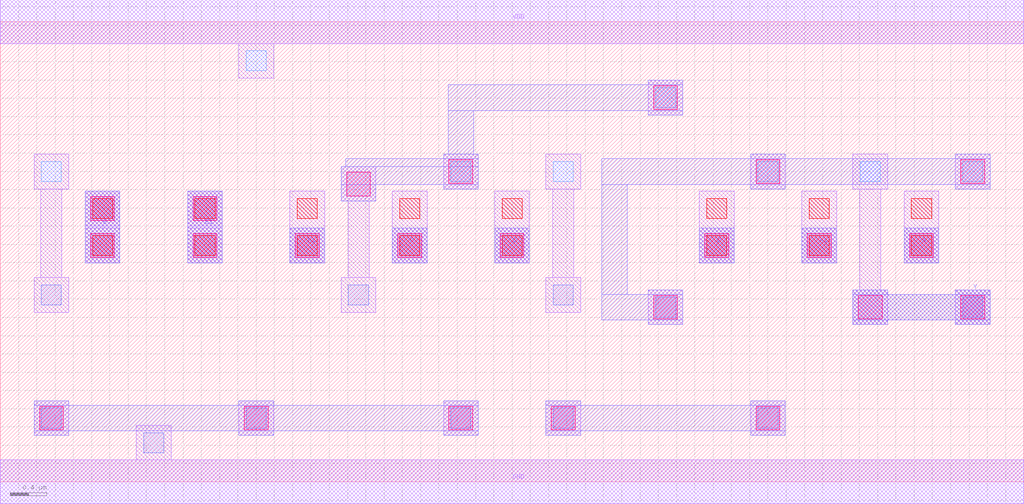
<source format=lef>
MACRO AOAOOAI21122
 CLASS CORE ;
 FOREIGN AOAOOAI21122 0 0 ;
 SIZE 11.200000000000001 BY 5.04 ;
 ORIGIN 0 0 ;
 SYMMETRY X Y R90 ;
 SITE unit ;
  PIN VDD
   DIRECTION INOUT ;
   USE POWER ;
   SHAPE ABUTMENT ;
    PORT
     CLASS CORE ;
       LAYER met1 ;
        RECT 0.00000000 4.80000000 11.20000000 5.28000000 ;
    END
  END VDD

  PIN GND
   DIRECTION INOUT ;
   USE POWER ;
   SHAPE ABUTMENT ;
    PORT
     CLASS CORE ;
       LAYER met1 ;
        RECT 0.00000000 -0.24000000 11.20000000 0.24000000 ;
    END
  END GND

  PIN Y
   DIRECTION INOUT ;
   USE SIGNAL ;
   SHAPE ABUTMENT ;
    PORT
     CLASS CORE ;
       LAYER met2 ;
        RECT 9.33000000 1.72200000 9.71000000 1.77200000 ;
        RECT 10.45000000 1.72200000 10.83000000 1.77200000 ;
        RECT 9.33000000 1.77200000 10.83000000 2.05200000 ;
        RECT 9.33000000 2.05200000 9.71000000 2.10200000 ;
        RECT 10.45000000 2.05200000 10.83000000 2.10200000 ;
    END
  END Y

  PIN A1
   DIRECTION INOUT ;
   USE SIGNAL ;
   SHAPE ABUTMENT ;
    PORT
     CLASS CORE ;
       LAYER met2 ;
        RECT 8.77000000 2.39700000 9.15000000 2.77700000 ;
    END
  END A1

  PIN E1
   DIRECTION INOUT ;
   USE SIGNAL ;
   SHAPE ABUTMENT ;
    PORT
     CLASS CORE ;
       LAYER met2 ;
        RECT 2.05000000 2.39700000 2.43000000 3.18200000 ;
    END
  END E1

  PIN D1
   DIRECTION INOUT ;
   USE SIGNAL ;
   SHAPE ABUTMENT ;
    PORT
     CLASS CORE ;
       LAYER met2 ;
        RECT 3.17000000 2.39700000 3.55000000 2.77700000 ;
    END
  END D1

  PIN B
   DIRECTION INOUT ;
   USE SIGNAL ;
   SHAPE ABUTMENT ;
    PORT
     CLASS CORE ;
       LAYER met2 ;
        RECT 7.65000000 2.39700000 8.03000000 2.77700000 ;
    END
  END B

  PIN E
   DIRECTION INOUT ;
   USE SIGNAL ;
   SHAPE ABUTMENT ;
    PORT
     CLASS CORE ;
       LAYER met2 ;
        RECT 0.93000000 2.39700000 1.31000000 3.18200000 ;
    END
  END E

  PIN A
   DIRECTION INOUT ;
   USE SIGNAL ;
   SHAPE ABUTMENT ;
    PORT
     CLASS CORE ;
       LAYER met2 ;
        RECT 9.89000000 2.39700000 10.27000000 2.77700000 ;
    END
  END A

  PIN C
   DIRECTION INOUT ;
   USE SIGNAL ;
   SHAPE ABUTMENT ;
    PORT
     CLASS CORE ;
       LAYER met2 ;
        RECT 5.41000000 2.39700000 5.79000000 2.77700000 ;
    END
  END C

  PIN D
   DIRECTION INOUT ;
   USE SIGNAL ;
   SHAPE ABUTMENT ;
    PORT
     CLASS CORE ;
       LAYER met2 ;
        RECT 4.29000000 2.39700000 4.67000000 2.77700000 ;
    END
  END D

 OBS
    LAYER polycont ;
     RECT 1.01000000 2.47700000 1.23000000 2.69700000 ;
     RECT 2.13000000 2.47700000 2.35000000 2.69700000 ;
     RECT 3.25000000 2.47700000 3.47000000 2.69700000 ;
     RECT 4.37000000 2.47700000 4.59000000 2.69700000 ;
     RECT 5.49000000 2.47700000 5.71000000 2.69700000 ;
     RECT 7.73000000 2.47700000 7.95000000 2.69700000 ;
     RECT 8.85000000 2.47700000 9.07000000 2.69700000 ;
     RECT 9.97000000 2.47700000 10.19000000 2.69700000 ;
     RECT 1.01000000 2.88200000 1.23000000 3.10200000 ;
     RECT 2.13000000 2.88200000 2.35000000 3.10200000 ;
     RECT 3.25000000 2.88200000 3.47000000 3.10200000 ;
     RECT 4.37000000 2.88200000 4.59000000 3.10200000 ;
     RECT 5.49000000 2.88200000 5.71000000 3.10200000 ;
     RECT 7.73000000 2.88200000 7.95000000 3.10200000 ;
     RECT 8.85000000 2.88200000 9.07000000 3.10200000 ;
     RECT 9.97000000 2.88200000 10.19000000 3.10200000 ;

    LAYER pdiffc ;
     RECT 0.45000000 3.28700000 0.67000000 3.50700000 ;
     RECT 4.93000000 3.28700000 5.15000000 3.50700000 ;
     RECT 6.05000000 3.28700000 6.27000000 3.50700000 ;
     RECT 8.29000000 3.28700000 8.51000000 3.50700000 ;
     RECT 9.41000000 3.28700000 9.63000000 3.50700000 ;
     RECT 10.53000000 3.28700000 10.75000000 3.50700000 ;
     RECT 7.17000000 4.09700000 7.39000000 4.31700000 ;
     RECT 2.69000000 4.50200000 2.91000000 4.72200000 ;

    LAYER ndiffc ;
     RECT 1.57000000 0.31700000 1.79000000 0.53700000 ;
     RECT 0.45000000 0.58700000 0.67000000 0.80700000 ;
     RECT 2.69000000 0.58700000 2.91000000 0.80700000 ;
     RECT 4.93000000 0.58700000 5.15000000 0.80700000 ;
     RECT 6.05000000 0.58700000 6.27000000 0.80700000 ;
     RECT 8.29000000 0.58700000 8.51000000 0.80700000 ;
     RECT 7.17000000 1.80200000 7.39000000 2.02200000 ;
     RECT 10.53000000 1.80200000 10.75000000 2.02200000 ;
     RECT 0.45000000 1.93700000 0.67000000 2.15700000 ;
     RECT 3.81000000 1.93700000 4.03000000 2.15700000 ;
     RECT 6.05000000 1.93700000 6.27000000 2.15700000 ;

    LAYER met1 ;
     RECT 0.00000000 -0.24000000 11.20000000 0.24000000 ;
     RECT 1.49000000 0.24000000 1.87000000 0.61700000 ;
     RECT 0.37000000 0.50700000 0.75000000 0.88700000 ;
     RECT 2.61000000 0.50700000 2.99000000 0.88700000 ;
     RECT 4.85000000 0.50700000 5.23000000 0.88700000 ;
     RECT 5.97000000 0.50700000 6.35000000 0.88700000 ;
     RECT 8.21000000 0.50700000 8.59000000 0.88700000 ;
     RECT 7.09000000 1.72200000 7.47000000 2.10200000 ;
     RECT 10.45000000 1.72200000 10.83000000 2.10200000 ;
     RECT 0.93000000 2.39700000 1.31000000 2.77700000 ;
     RECT 2.05000000 2.39700000 2.43000000 2.77700000 ;
     RECT 0.93000000 2.80200000 1.31000000 3.18200000 ;
     RECT 2.05000000 2.80200000 2.43000000 3.18200000 ;
     RECT 3.17000000 2.39700000 3.55000000 3.18200000 ;
     RECT 4.29000000 2.39700000 4.67000000 3.18200000 ;
     RECT 5.41000000 2.39700000 5.79000000 3.18200000 ;
     RECT 7.65000000 2.39700000 8.03000000 3.18200000 ;
     RECT 8.77000000 2.39700000 9.15000000 3.18200000 ;
     RECT 9.89000000 2.39700000 10.27000000 3.18200000 ;
     RECT 3.73000000 1.85700000 4.11000000 2.23700000 ;
     RECT 3.80500000 2.23700000 4.03500000 3.07200000 ;
     RECT 3.73000000 3.07200000 4.11000000 3.45200000 ;
     RECT 0.37000000 1.85700000 0.75000000 2.23700000 ;
     RECT 0.44500000 2.23700000 0.67500000 3.20700000 ;
     RECT 0.37000000 3.20700000 0.75000000 3.58700000 ;
     RECT 4.85000000 3.20700000 5.23000000 3.58700000 ;
     RECT 5.97000000 1.85700000 6.35000000 2.23700000 ;
     RECT 6.04500000 2.23700000 6.27500000 3.20700000 ;
     RECT 5.97000000 3.20700000 6.35000000 3.58700000 ;
     RECT 8.21000000 3.20700000 8.59000000 3.58700000 ;
     RECT 9.33000000 1.72200000 9.71000000 2.10200000 ;
     RECT 9.40500000 2.10200000 9.63500000 3.20700000 ;
     RECT 9.33000000 3.20700000 9.71000000 3.58700000 ;
     RECT 10.45000000 3.20700000 10.83000000 3.58700000 ;
     RECT 7.09000000 4.01700000 7.47000000 4.39700000 ;
     RECT 2.61000000 4.42200000 2.99000000 4.80000000 ;
     RECT 0.00000000 4.80000000 11.20000000 5.28000000 ;

    LAYER via1 ;
     RECT 0.43000000 0.56700000 0.69000000 0.82700000 ;
     RECT 2.67000000 0.56700000 2.93000000 0.82700000 ;
     RECT 4.91000000 0.56700000 5.17000000 0.82700000 ;
     RECT 6.03000000 0.56700000 6.29000000 0.82700000 ;
     RECT 8.27000000 0.56700000 8.53000000 0.82700000 ;
     RECT 7.15000000 1.78200000 7.41000000 2.04200000 ;
     RECT 9.39000000 1.78200000 9.65000000 2.04200000 ;
     RECT 10.51000000 1.78200000 10.77000000 2.04200000 ;
     RECT 0.99000000 2.45700000 1.25000000 2.71700000 ;
     RECT 2.11000000 2.45700000 2.37000000 2.71700000 ;
     RECT 3.23000000 2.45700000 3.49000000 2.71700000 ;
     RECT 4.35000000 2.45700000 4.61000000 2.71700000 ;
     RECT 5.47000000 2.45700000 5.73000000 2.71700000 ;
     RECT 7.71000000 2.45700000 7.97000000 2.71700000 ;
     RECT 8.83000000 2.45700000 9.09000000 2.71700000 ;
     RECT 9.95000000 2.45700000 10.21000000 2.71700000 ;
     RECT 0.99000000 2.86200000 1.25000000 3.12200000 ;
     RECT 2.11000000 2.86200000 2.37000000 3.12200000 ;
     RECT 3.79000000 3.13200000 4.05000000 3.39200000 ;
     RECT 4.91000000 3.26700000 5.17000000 3.52700000 ;
     RECT 8.27000000 3.26700000 8.53000000 3.52700000 ;
     RECT 10.51000000 3.26700000 10.77000000 3.52700000 ;
     RECT 7.15000000 4.07700000 7.41000000 4.33700000 ;

    LAYER met2 ;
     RECT 0.37000000 0.50700000 0.75000000 0.55700000 ;
     RECT 2.61000000 0.50700000 2.99000000 0.55700000 ;
     RECT 4.85000000 0.50700000 5.23000000 0.55700000 ;
     RECT 0.37000000 0.55700000 5.23000000 0.83700000 ;
     RECT 0.37000000 0.83700000 0.75000000 0.88700000 ;
     RECT 2.61000000 0.83700000 2.99000000 0.88700000 ;
     RECT 4.85000000 0.83700000 5.23000000 0.88700000 ;
     RECT 5.97000000 0.50700000 6.35000000 0.55700000 ;
     RECT 8.21000000 0.50700000 8.59000000 0.55700000 ;
     RECT 5.97000000 0.55700000 8.59000000 0.83700000 ;
     RECT 5.97000000 0.83700000 6.35000000 0.88700000 ;
     RECT 8.21000000 0.83700000 8.59000000 0.88700000 ;
     RECT 9.33000000 1.72200000 9.71000000 1.77200000 ;
     RECT 10.45000000 1.72200000 10.83000000 1.77200000 ;
     RECT 9.33000000 1.77200000 10.83000000 2.05200000 ;
     RECT 9.33000000 2.05200000 9.71000000 2.10200000 ;
     RECT 10.45000000 2.05200000 10.83000000 2.10200000 ;
     RECT 3.17000000 2.39700000 3.55000000 2.77700000 ;
     RECT 4.29000000 2.39700000 4.67000000 2.77700000 ;
     RECT 5.41000000 2.39700000 5.79000000 2.77700000 ;
     RECT 7.65000000 2.39700000 8.03000000 2.77700000 ;
     RECT 8.77000000 2.39700000 9.15000000 2.77700000 ;
     RECT 9.89000000 2.39700000 10.27000000 2.77700000 ;
     RECT 0.93000000 2.39700000 1.31000000 3.18200000 ;
     RECT 2.05000000 2.39700000 2.43000000 3.18200000 ;
     RECT 7.09000000 1.72200000 7.47000000 1.77200000 ;
     RECT 6.58000000 1.77200000 7.47000000 2.05200000 ;
     RECT 7.09000000 2.05200000 7.47000000 2.10200000 ;
     RECT 6.58000000 2.05200000 6.86000000 3.25700000 ;
     RECT 8.21000000 3.20700000 8.59000000 3.25700000 ;
     RECT 10.45000000 3.20700000 10.83000000 3.25700000 ;
     RECT 6.58000000 3.25700000 10.83000000 3.53700000 ;
     RECT 8.21000000 3.53700000 8.59000000 3.58700000 ;
     RECT 10.45000000 3.53700000 10.83000000 3.58700000 ;
     RECT 3.73000000 3.07200000 4.11000000 3.25700000 ;
     RECT 4.85000000 3.20700000 5.23000000 3.25700000 ;
     RECT 3.73000000 3.25700000 5.23000000 3.45200000 ;
     RECT 3.78000000 3.45200000 5.23000000 3.53700000 ;
     RECT 4.85000000 3.53700000 5.23000000 3.58700000 ;
     RECT 4.90000000 3.58700000 5.18000000 4.06700000 ;
     RECT 7.09000000 4.01700000 7.47000000 4.06700000 ;
     RECT 4.90000000 4.06700000 7.47000000 4.34700000 ;
     RECT 7.09000000 4.34700000 7.47000000 4.39700000 ;

 END
END AOAOOAI21122

</source>
